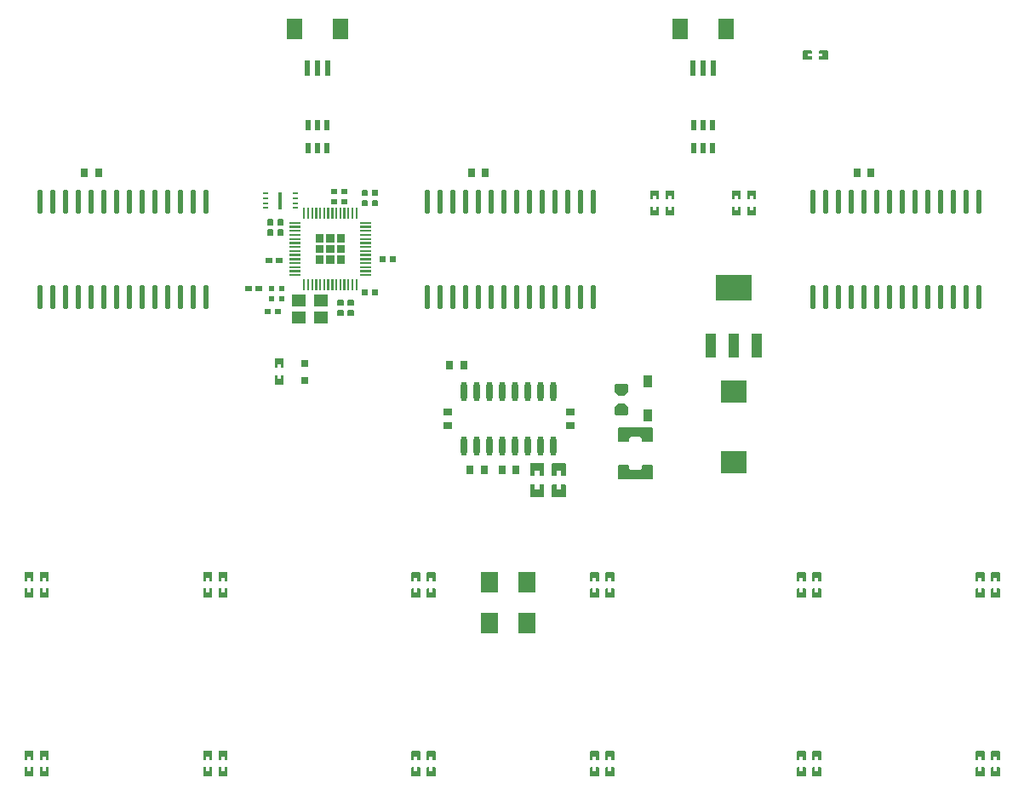
<source format=gtp>
G04 Layer: TopPasteMaskLayer*
G04 EasyEDA v6.5.29, 2023-07-19 22:01:03*
G04 8eb2f2613b91424b8de75a29ec9d0e09,5a6b42c53f6a479593ecc07194224c93,10*
G04 Gerber Generator version 0.2*
G04 Scale: 100 percent, Rotated: No, Reflected: No *
G04 Dimensions in millimeters *
G04 leading zeros omitted , absolute positions ,4 integer and 5 decimal *
%FSLAX45Y45*%
%MOMM*%

%AMMACRO1*21,1,$1,$2,0,0,$3*%
%ADD10R,0.5320X1.0720*%
%ADD11R,0.8000X0.9000*%
%ADD12R,0.9000X0.8000*%
%ADD13R,0.9500X1.2000*%
%ADD14R,1.0500X2.4650*%
%ADD15MACRO1,3.54X2.465X0.0000*%
%ADD16MACRO1,2.592X2.2075X0.0000*%
%ADD17R,2.5920X2.2075*%
%ADD18MACRO1,1.2X1.4X90.0000*%
%ADD19R,1.4000X1.2000*%
%ADD20MACRO1,1.2X1.4X-90.0000*%
%ADD21R,0.6000X0.2800*%
%ADD22R,0.3000X1.7000*%
%ADD23R,0.5500X0.5500*%
%ADD24R,0.6000X1.5500*%
%ADD25R,1.5000X2.0000*%
%ADD26R,0.8000X0.8000*%
%ADD27O,0.6020054X1.9709892*%
%ADD28R,1.8000X2.0000*%
%ADD29O,0.5739892X2.3880064*%
%ADD30O,0.0168X2.3880064*%

%LPD*%
G36*
X10259720Y6106820D02*
G01*
X10254691Y6101791D01*
X10254691Y6016802D01*
X10259720Y6011773D01*
X10339679Y6011773D01*
X10344708Y6016802D01*
X10344708Y6101791D01*
X10339679Y6106820D01*
X10314686Y6106820D01*
X10314686Y6076797D01*
X10284714Y6076797D01*
X10284714Y6106820D01*
G37*
G36*
X10259720Y6281775D02*
G01*
X10254691Y6276797D01*
X10254691Y6191808D01*
X10259720Y6186779D01*
X10284714Y6186779D01*
X10284714Y6216802D01*
X10314686Y6216802D01*
X10314686Y6186779D01*
X10339679Y6186779D01*
X10344708Y6191808D01*
X10344708Y6276797D01*
X10339679Y6281775D01*
G37*
G36*
X15673222Y9341408D02*
G01*
X15668193Y9336379D01*
X15668193Y9313621D01*
X15705175Y9313621D01*
X15705175Y9280601D01*
X15668193Y9280601D01*
X15668193Y9256420D01*
X15673222Y9251391D01*
X15753181Y9251391D01*
X15758210Y9256420D01*
X15758210Y9336379D01*
X15753181Y9341408D01*
G37*
G36*
X15514218Y9341408D02*
G01*
X15509189Y9336379D01*
X15509189Y9256420D01*
X15514218Y9251391D01*
X15593212Y9251391D01*
X15598190Y9256420D01*
X15598190Y9280601D01*
X15560192Y9280601D01*
X15560192Y9313621D01*
X15598190Y9313621D01*
X15598190Y9336379D01*
X15593212Y9341408D01*
G37*
G36*
X13681252Y5831382D02*
G01*
X13634466Y5792876D01*
X13634466Y5724144D01*
X13644473Y5714136D01*
X13762126Y5714136D01*
X13772134Y5724144D01*
X13772134Y5792876D01*
X13725347Y5831382D01*
G37*
G36*
X13644473Y6020663D02*
G01*
X13634466Y6010656D01*
X13634466Y5941923D01*
X13681252Y5903417D01*
X13725347Y5903417D01*
X13772134Y5941923D01*
X13772134Y6010656D01*
X13762126Y6020663D01*
G37*
G36*
X11128095Y7856016D02*
G01*
X11123117Y7849006D01*
X11123117Y7801000D01*
X11128095Y7796022D01*
X11173104Y7796022D01*
X11178082Y7801000D01*
X11178082Y7849006D01*
X11173104Y7856016D01*
G37*
G36*
X11128095Y7951978D02*
G01*
X11123117Y7946999D01*
X11123117Y7898993D01*
X11128095Y7891983D01*
X11173104Y7891983D01*
X11178082Y7898993D01*
X11178082Y7946999D01*
X11173104Y7951978D01*
G37*
G36*
X10921593Y7863382D02*
G01*
X10914583Y7858404D01*
X10914583Y7813395D01*
X10921593Y7808417D01*
X10969599Y7808417D01*
X10974578Y7813395D01*
X10974578Y7858404D01*
X10969599Y7863382D01*
G37*
G36*
X10823600Y7863382D02*
G01*
X10818622Y7858404D01*
X10818622Y7813395D01*
X10823600Y7808417D01*
X10871606Y7808417D01*
X10878616Y7813395D01*
X10878616Y7858404D01*
X10871606Y7863382D01*
G37*
G36*
X11229695Y7853984D02*
G01*
X11224717Y7849006D01*
X11224717Y7796022D01*
X11229695Y7790992D01*
X11274704Y7790992D01*
X11279682Y7796022D01*
X11279682Y7849006D01*
X11274704Y7853984D01*
G37*
G36*
X11229695Y7957007D02*
G01*
X11224717Y7951978D01*
X11224717Y7898993D01*
X11229695Y7894015D01*
X11274704Y7894015D01*
X11279682Y7898993D01*
X11279682Y7951978D01*
X11274704Y7957007D01*
G37*
G36*
X10158222Y6771182D02*
G01*
X10153192Y6766204D01*
X10153192Y6721195D01*
X10158222Y6716217D01*
X10211206Y6716217D01*
X10216184Y6721195D01*
X10216184Y6766204D01*
X10211206Y6771182D01*
G37*
G36*
X10261193Y6771182D02*
G01*
X10256215Y6766204D01*
X10256215Y6721195D01*
X10261193Y6716217D01*
X10314178Y6716217D01*
X10319207Y6721195D01*
X10319207Y6766204D01*
X10314178Y6771182D01*
G37*
G36*
X10882122Y6758482D02*
G01*
X10877092Y6753504D01*
X10877092Y6708495D01*
X10882122Y6703517D01*
X10935106Y6703517D01*
X10940084Y6708495D01*
X10940084Y6753504D01*
X10935106Y6758482D01*
G37*
G36*
X10985093Y6758482D02*
G01*
X10980115Y6753504D01*
X10980115Y6708495D01*
X10985093Y6703517D01*
X11038078Y6703517D01*
X11043107Y6708495D01*
X11043107Y6753504D01*
X11038078Y6758482D01*
G37*
G36*
X10882122Y6860082D02*
G01*
X10877092Y6855104D01*
X10877092Y6810095D01*
X10882122Y6805117D01*
X10935106Y6805117D01*
X10940084Y6810095D01*
X10940084Y6855104D01*
X10935106Y6860082D01*
G37*
G36*
X10985093Y6860082D02*
G01*
X10980115Y6855104D01*
X10980115Y6810095D01*
X10985093Y6805117D01*
X11038078Y6805117D01*
X11043107Y6810095D01*
X11043107Y6855104D01*
X11038078Y6860082D01*
G37*
G36*
X10397693Y7636002D02*
G01*
X10397693Y7615986D01*
X10507675Y7615986D01*
X10507675Y7636002D01*
G37*
G36*
X10397693Y7596022D02*
G01*
X10397693Y7576007D01*
X10507675Y7576007D01*
X10507675Y7596022D01*
G37*
G36*
X10397693Y7555992D02*
G01*
X10397693Y7535976D01*
X10507675Y7535976D01*
X10507675Y7555992D01*
G37*
G36*
X10397693Y7515961D02*
G01*
X10397693Y7495997D01*
X10507675Y7495997D01*
X10507675Y7515961D01*
G37*
G36*
X10397693Y7476032D02*
G01*
X10397693Y7456017D01*
X10507675Y7456017D01*
X10507675Y7476032D01*
G37*
G36*
X10397693Y7436002D02*
G01*
X10397693Y7415987D01*
X10507675Y7415987D01*
X10507675Y7436002D01*
G37*
G36*
X10397693Y7396022D02*
G01*
X10397693Y7376007D01*
X10507675Y7376007D01*
X10507675Y7396022D01*
G37*
G36*
X10397693Y7355992D02*
G01*
X10397693Y7335977D01*
X10507675Y7335977D01*
X10507675Y7355992D01*
G37*
G36*
X10397693Y7316012D02*
G01*
X10397693Y7295997D01*
X10507675Y7295997D01*
X10507675Y7316012D01*
G37*
G36*
X10397693Y7276033D02*
G01*
X10397693Y7256018D01*
X10507675Y7256018D01*
X10507675Y7276033D01*
G37*
G36*
X10397693Y7236002D02*
G01*
X10397693Y7215987D01*
X10507675Y7215987D01*
X10507675Y7236002D01*
G37*
G36*
X10397693Y7195972D02*
G01*
X10397693Y7176008D01*
X10507675Y7176008D01*
X10507675Y7195972D01*
G37*
G36*
X10397693Y7155992D02*
G01*
X10397693Y7135977D01*
X10507675Y7135977D01*
X10507675Y7155992D01*
G37*
G36*
X10397693Y7116013D02*
G01*
X10397693Y7095998D01*
X10507675Y7095998D01*
X10507675Y7116013D01*
G37*
G36*
X10537698Y7066025D02*
G01*
X10537698Y6955993D01*
X10557713Y6955993D01*
X10557713Y7066025D01*
G37*
G36*
X10577677Y7066025D02*
G01*
X10577677Y6955993D01*
X10597692Y6955993D01*
X10597692Y7066025D01*
G37*
G36*
X10617708Y7066025D02*
G01*
X10617708Y6955993D01*
X10637672Y6955993D01*
X10637672Y7066025D01*
G37*
G36*
X10657687Y7066025D02*
G01*
X10657687Y6955993D01*
X10677702Y6955993D01*
X10677702Y7066025D01*
G37*
G36*
X10697718Y7066025D02*
G01*
X10697718Y6955993D01*
X10717682Y6955993D01*
X10717682Y7066025D01*
G37*
G36*
X10737697Y7066025D02*
G01*
X10737697Y6955993D01*
X10757712Y6955993D01*
X10757712Y7066025D01*
G37*
G36*
X10777677Y7066025D02*
G01*
X10777677Y6955993D01*
X10797692Y6955993D01*
X10797692Y7066025D01*
G37*
G36*
X10817707Y7066025D02*
G01*
X10817707Y6955993D01*
X10837672Y6955993D01*
X10837672Y7066025D01*
G37*
G36*
X10857687Y7066025D02*
G01*
X10857687Y6955993D01*
X10877702Y6955993D01*
X10877702Y7066025D01*
G37*
G36*
X10897717Y7066025D02*
G01*
X10897717Y6955993D01*
X10917682Y6955993D01*
X10917682Y7066025D01*
G37*
G36*
X10937697Y7066025D02*
G01*
X10937697Y6955993D01*
X10957712Y6955993D01*
X10957712Y7066025D01*
G37*
G36*
X10977676Y7066025D02*
G01*
X10977676Y6955993D01*
X10997692Y6955993D01*
X10997692Y7066025D01*
G37*
G36*
X11017707Y7066025D02*
G01*
X11017707Y6955993D01*
X11037671Y6955993D01*
X11037671Y7066025D01*
G37*
G36*
X11057686Y7066025D02*
G01*
X11057686Y6955993D01*
X11077702Y6955993D01*
X11077702Y7066025D01*
G37*
G36*
X11107724Y7116013D02*
G01*
X11107724Y7095998D01*
X11217706Y7095998D01*
X11217706Y7116013D01*
G37*
G36*
X11107724Y7155992D02*
G01*
X11107724Y7135977D01*
X11217706Y7135977D01*
X11217706Y7155992D01*
G37*
G36*
X11107724Y7195972D02*
G01*
X11107724Y7176008D01*
X11217706Y7176008D01*
X11217706Y7195972D01*
G37*
G36*
X11107724Y7236002D02*
G01*
X11107724Y7215987D01*
X11217706Y7215987D01*
X11217706Y7236002D01*
G37*
G36*
X11107724Y7276033D02*
G01*
X11107724Y7256018D01*
X11217706Y7256018D01*
X11217706Y7276033D01*
G37*
G36*
X11107724Y7316012D02*
G01*
X11107724Y7295997D01*
X11217706Y7295997D01*
X11217706Y7316012D01*
G37*
G36*
X11107724Y7355992D02*
G01*
X11107724Y7335977D01*
X11217706Y7335977D01*
X11217706Y7355992D01*
G37*
G36*
X11107724Y7396022D02*
G01*
X11107724Y7376007D01*
X11217706Y7376007D01*
X11217706Y7396022D01*
G37*
G36*
X11107724Y7436002D02*
G01*
X11107724Y7415987D01*
X11217706Y7415987D01*
X11217706Y7436002D01*
G37*
G36*
X11107724Y7476032D02*
G01*
X11107724Y7456017D01*
X11217706Y7456017D01*
X11217706Y7476032D01*
G37*
G36*
X11107724Y7515961D02*
G01*
X11107724Y7495997D01*
X11217706Y7495997D01*
X11217706Y7515961D01*
G37*
G36*
X11107724Y7555992D02*
G01*
X11107724Y7535976D01*
X11217706Y7535976D01*
X11217706Y7555992D01*
G37*
G36*
X11107724Y7596022D02*
G01*
X11107724Y7576007D01*
X11217706Y7576007D01*
X11217706Y7596022D01*
G37*
G36*
X11107724Y7636002D02*
G01*
X11107724Y7615986D01*
X11217706Y7615986D01*
X11217706Y7636002D01*
G37*
G36*
X11057686Y7776006D02*
G01*
X11057686Y7665974D01*
X11077702Y7665974D01*
X11077702Y7776006D01*
G37*
G36*
X11017707Y7776006D02*
G01*
X11017707Y7665974D01*
X11037671Y7665974D01*
X11037671Y7776006D01*
G37*
G36*
X10977676Y7776006D02*
G01*
X10977676Y7665974D01*
X10997692Y7665974D01*
X10997692Y7776006D01*
G37*
G36*
X10937697Y7776006D02*
G01*
X10937697Y7665974D01*
X10957712Y7665974D01*
X10957712Y7776006D01*
G37*
G36*
X10897717Y7776006D02*
G01*
X10897717Y7665974D01*
X10917682Y7665974D01*
X10917682Y7776006D01*
G37*
G36*
X10857687Y7776006D02*
G01*
X10857687Y7665974D01*
X10877702Y7665974D01*
X10877702Y7776006D01*
G37*
G36*
X10817707Y7776006D02*
G01*
X10817707Y7665974D01*
X10837672Y7665974D01*
X10837672Y7776006D01*
G37*
G36*
X10777677Y7776006D02*
G01*
X10777677Y7665974D01*
X10797692Y7665974D01*
X10797692Y7776006D01*
G37*
G36*
X10737697Y7776006D02*
G01*
X10737697Y7665974D01*
X10757712Y7665974D01*
X10757712Y7776006D01*
G37*
G36*
X10697718Y7776006D02*
G01*
X10697718Y7665974D01*
X10717682Y7665974D01*
X10717682Y7776006D01*
G37*
G36*
X10657687Y7776006D02*
G01*
X10657687Y7665974D01*
X10677702Y7665974D01*
X10677702Y7776006D01*
G37*
G36*
X10617708Y7776006D02*
G01*
X10617708Y7665974D01*
X10637672Y7665974D01*
X10637672Y7776006D01*
G37*
G36*
X10577677Y7776006D02*
G01*
X10577677Y7665974D01*
X10597692Y7665974D01*
X10597692Y7776006D01*
G37*
G36*
X10537698Y7776006D02*
G01*
X10537698Y7665974D01*
X10557713Y7665974D01*
X10557713Y7776006D01*
G37*
G36*
X10872724Y7510983D02*
G01*
X10872724Y7431024D01*
X10952683Y7431024D01*
X10952683Y7510983D01*
G37*
G36*
X10662716Y7510983D02*
G01*
X10662716Y7431024D01*
X10742726Y7431024D01*
X10742726Y7510983D01*
G37*
G36*
X10662716Y7301026D02*
G01*
X10662716Y7221016D01*
X10742676Y7221016D01*
X10742676Y7301026D01*
G37*
G36*
X10872673Y7301026D02*
G01*
X10872673Y7221016D01*
X10952683Y7221016D01*
X10952683Y7301026D01*
G37*
G36*
X10872673Y7405979D02*
G01*
X10872673Y7325969D01*
X10952683Y7325969D01*
X10952683Y7405979D01*
G37*
G36*
X10767720Y7511034D02*
G01*
X10767720Y7431024D01*
X10847679Y7431024D01*
X10847679Y7511034D01*
G37*
G36*
X10662716Y7405979D02*
G01*
X10662716Y7325969D01*
X10742676Y7325969D01*
X10742676Y7405979D01*
G37*
G36*
X10767720Y7405979D02*
G01*
X10767720Y7326020D01*
X10847679Y7326020D01*
X10847679Y7405979D01*
G37*
G36*
X10767720Y7300518D02*
G01*
X10767720Y7220508D01*
X10847679Y7220508D01*
X10847679Y7300518D01*
G37*
G36*
X10921593Y7964982D02*
G01*
X10916615Y7960004D01*
X10916615Y7914995D01*
X10921593Y7910017D01*
X10974578Y7910017D01*
X10979607Y7914995D01*
X10979607Y7960004D01*
X10974578Y7964982D01*
G37*
G36*
X10818622Y7964982D02*
G01*
X10813592Y7960004D01*
X10813592Y7914995D01*
X10818622Y7910017D01*
X10871606Y7910017D01*
X10876584Y7914995D01*
X10876584Y7960004D01*
X10871606Y7964982D01*
G37*
G36*
X11123422Y6961682D02*
G01*
X11118392Y6956704D01*
X11118392Y6911695D01*
X11123422Y6906717D01*
X11176406Y6906717D01*
X11181384Y6911695D01*
X11181384Y6956704D01*
X11176406Y6961682D01*
G37*
G36*
X11226393Y6961682D02*
G01*
X11221415Y6956704D01*
X11221415Y6911695D01*
X11226393Y6906717D01*
X11279378Y6906717D01*
X11284407Y6911695D01*
X11284407Y6956704D01*
X11279378Y6961682D01*
G37*
G36*
X11301222Y7291882D02*
G01*
X11296192Y7286904D01*
X11296192Y7241895D01*
X11301222Y7236917D01*
X11354206Y7236917D01*
X11359184Y7241895D01*
X11359184Y7286904D01*
X11354206Y7291882D01*
G37*
G36*
X11404193Y7291882D02*
G01*
X11399215Y7286904D01*
X11399215Y7241895D01*
X11404193Y7236917D01*
X11457178Y7236917D01*
X11462207Y7241895D01*
X11462207Y7286904D01*
X11457178Y7291882D01*
G37*
G36*
X10289895Y7664907D02*
G01*
X10284917Y7659878D01*
X10284917Y7606893D01*
X10289895Y7601915D01*
X10334904Y7601915D01*
X10339882Y7606893D01*
X10339882Y7659878D01*
X10334904Y7664907D01*
G37*
G36*
X10289895Y7561884D02*
G01*
X10284917Y7556906D01*
X10284917Y7503922D01*
X10289895Y7498892D01*
X10334904Y7498892D01*
X10339882Y7503922D01*
X10339882Y7556906D01*
X10334904Y7561884D01*
G37*
G36*
X10188295Y7664907D02*
G01*
X10183317Y7659878D01*
X10183317Y7606893D01*
X10188295Y7601915D01*
X10233304Y7601915D01*
X10238282Y7606893D01*
X10238282Y7659878D01*
X10233304Y7664907D01*
G37*
G36*
X10188295Y7561884D02*
G01*
X10183317Y7556906D01*
X10183317Y7503922D01*
X10188295Y7498892D01*
X10233304Y7498892D01*
X10238282Y7503922D01*
X10238282Y7556906D01*
X10233304Y7561884D01*
G37*
G36*
X10273893Y7279182D02*
G01*
X10268915Y7274204D01*
X10268915Y7229195D01*
X10273893Y7224217D01*
X10326878Y7224217D01*
X10331907Y7229195D01*
X10331907Y7274204D01*
X10326878Y7279182D01*
G37*
G36*
X10170922Y7279182D02*
G01*
X10165892Y7274204D01*
X10165892Y7229195D01*
X10170922Y7224217D01*
X10223906Y7224217D01*
X10228884Y7229195D01*
X10228884Y7274204D01*
X10223906Y7279182D01*
G37*
G36*
X10070693Y6999782D02*
G01*
X10065715Y6994804D01*
X10065715Y6949795D01*
X10070693Y6944817D01*
X10123678Y6944817D01*
X10128707Y6949795D01*
X10128707Y6994804D01*
X10123678Y6999782D01*
G37*
G36*
X9967722Y6999782D02*
G01*
X9962692Y6994804D01*
X9962692Y6949795D01*
X9967722Y6944817D01*
X10020706Y6944817D01*
X10025684Y6949795D01*
X10025684Y6994804D01*
X10020706Y6999782D01*
G37*
G36*
X13678052Y5589676D02*
G01*
X13668044Y5579668D01*
X13668044Y5459018D01*
X13678052Y5449011D01*
X13773505Y5449011D01*
X13783513Y5459018D01*
X13783513Y5486806D01*
X13793520Y5496814D01*
X13892479Y5496814D01*
X13902486Y5486806D01*
X13902486Y5459018D01*
X13912494Y5449011D01*
X14007947Y5449011D01*
X14017955Y5459018D01*
X14017955Y5579668D01*
X14007947Y5589676D01*
G37*
G36*
X13678052Y5218988D02*
G01*
X13668044Y5208981D01*
X13668044Y5088331D01*
X13678052Y5078323D01*
X14007947Y5078323D01*
X14017955Y5088331D01*
X14017955Y5208981D01*
X14007947Y5218988D01*
X13912494Y5218988D01*
X13902486Y5208981D01*
X13902486Y5181193D01*
X13892479Y5171186D01*
X13793520Y5171186D01*
X13783513Y5181193D01*
X13783513Y5208981D01*
X13773505Y5218988D01*
G37*
G36*
X7770520Y4150410D02*
G01*
X7765491Y4145381D01*
X7765491Y4065422D01*
X7770520Y4060393D01*
X7793278Y4060393D01*
X7793278Y4097426D01*
X7826298Y4097426D01*
X7826298Y4060393D01*
X7850479Y4060393D01*
X7855508Y4065422D01*
X7855508Y4145381D01*
X7850479Y4150410D01*
G37*
G36*
X7770520Y3990390D02*
G01*
X7765491Y3985412D01*
X7765491Y3906418D01*
X7770520Y3901389D01*
X7850479Y3901389D01*
X7855508Y3906418D01*
X7855508Y3985412D01*
X7850479Y3990390D01*
X7826298Y3990390D01*
X7826298Y3952392D01*
X7793278Y3952392D01*
X7793278Y3990390D01*
G37*
G36*
X7922920Y4150410D02*
G01*
X7917891Y4145381D01*
X7917891Y4065422D01*
X7922920Y4060393D01*
X7945678Y4060393D01*
X7945678Y4097426D01*
X7978698Y4097426D01*
X7978698Y4060393D01*
X8002879Y4060393D01*
X8007908Y4065422D01*
X8007908Y4145381D01*
X8002879Y4150410D01*
G37*
G36*
X7922920Y3990390D02*
G01*
X7917891Y3985412D01*
X7917891Y3906418D01*
X7922920Y3901389D01*
X8002879Y3901389D01*
X8007908Y3906418D01*
X8007908Y3985412D01*
X8002879Y3990390D01*
X7978698Y3990390D01*
X7978698Y3952392D01*
X7945678Y3952392D01*
X7945678Y3990390D01*
G37*
G36*
X9548520Y4150410D02*
G01*
X9543491Y4145381D01*
X9543491Y4065422D01*
X9548520Y4060393D01*
X9571278Y4060393D01*
X9571278Y4097426D01*
X9604298Y4097426D01*
X9604298Y4060393D01*
X9628479Y4060393D01*
X9633508Y4065422D01*
X9633508Y4145381D01*
X9628479Y4150410D01*
G37*
G36*
X9548520Y3990390D02*
G01*
X9543491Y3985412D01*
X9543491Y3906418D01*
X9548520Y3901389D01*
X9628479Y3901389D01*
X9633508Y3906418D01*
X9633508Y3985412D01*
X9628479Y3990390D01*
X9604298Y3990390D01*
X9604298Y3952392D01*
X9571278Y3952392D01*
X9571278Y3990390D01*
G37*
G36*
X9700920Y4150410D02*
G01*
X9695891Y4145381D01*
X9695891Y4065422D01*
X9700920Y4060393D01*
X9723678Y4060393D01*
X9723678Y4097426D01*
X9756698Y4097426D01*
X9756698Y4060393D01*
X9780879Y4060393D01*
X9785908Y4065422D01*
X9785908Y4145381D01*
X9780879Y4150410D01*
G37*
G36*
X9700920Y3990390D02*
G01*
X9695891Y3985412D01*
X9695891Y3906418D01*
X9700920Y3901389D01*
X9780879Y3901389D01*
X9785908Y3906418D01*
X9785908Y3985412D01*
X9780879Y3990390D01*
X9756698Y3990390D01*
X9756698Y3952392D01*
X9723678Y3952392D01*
X9723678Y3990390D01*
G37*
G36*
X7922920Y2372410D02*
G01*
X7917891Y2367381D01*
X7917891Y2287422D01*
X7922920Y2282393D01*
X7945678Y2282393D01*
X7945678Y2319426D01*
X7978698Y2319426D01*
X7978698Y2282393D01*
X8002879Y2282393D01*
X8007908Y2287422D01*
X8007908Y2367381D01*
X8002879Y2372410D01*
G37*
G36*
X7922920Y2212390D02*
G01*
X7917891Y2207412D01*
X7917891Y2128418D01*
X7922920Y2123389D01*
X8002879Y2123389D01*
X8007908Y2128418D01*
X8007908Y2207412D01*
X8002879Y2212390D01*
X7978698Y2212390D01*
X7978698Y2174392D01*
X7945678Y2174392D01*
X7945678Y2212390D01*
G37*
G36*
X7770520Y2372410D02*
G01*
X7765491Y2367381D01*
X7765491Y2287422D01*
X7770520Y2282393D01*
X7793278Y2282393D01*
X7793278Y2319426D01*
X7826298Y2319426D01*
X7826298Y2282393D01*
X7850479Y2282393D01*
X7855508Y2287422D01*
X7855508Y2367381D01*
X7850479Y2372410D01*
G37*
G36*
X7770520Y2212390D02*
G01*
X7765491Y2207412D01*
X7765491Y2128418D01*
X7770520Y2123389D01*
X7850479Y2123389D01*
X7855508Y2128418D01*
X7855508Y2207412D01*
X7850479Y2212390D01*
X7826298Y2212390D01*
X7826298Y2174392D01*
X7793278Y2174392D01*
X7793278Y2212390D01*
G37*
G36*
X9548520Y2372410D02*
G01*
X9543491Y2367381D01*
X9543491Y2287422D01*
X9548520Y2282393D01*
X9571278Y2282393D01*
X9571278Y2319426D01*
X9604298Y2319426D01*
X9604298Y2282393D01*
X9628479Y2282393D01*
X9633508Y2287422D01*
X9633508Y2367381D01*
X9628479Y2372410D01*
G37*
G36*
X9548520Y2212390D02*
G01*
X9543491Y2207412D01*
X9543491Y2128418D01*
X9548520Y2123389D01*
X9628479Y2123389D01*
X9633508Y2128418D01*
X9633508Y2207412D01*
X9628479Y2212390D01*
X9604298Y2212390D01*
X9604298Y2174392D01*
X9571278Y2174392D01*
X9571278Y2212390D01*
G37*
G36*
X9700920Y2372410D02*
G01*
X9695891Y2367381D01*
X9695891Y2287422D01*
X9700920Y2282393D01*
X9723678Y2282393D01*
X9723678Y2319426D01*
X9756698Y2319426D01*
X9756698Y2282393D01*
X9780879Y2282393D01*
X9785908Y2287422D01*
X9785908Y2367381D01*
X9780879Y2372410D01*
G37*
G36*
X9700920Y2212390D02*
G01*
X9695891Y2207412D01*
X9695891Y2128418D01*
X9700920Y2123389D01*
X9780879Y2123389D01*
X9785908Y2128418D01*
X9785908Y2207412D01*
X9780879Y2212390D01*
X9756698Y2212390D01*
X9756698Y2174392D01*
X9723678Y2174392D01*
X9723678Y2212390D01*
G37*
G36*
X11618620Y4150410D02*
G01*
X11613591Y4145381D01*
X11613591Y4065422D01*
X11618620Y4060393D01*
X11641378Y4060393D01*
X11641378Y4097426D01*
X11674398Y4097426D01*
X11674398Y4060393D01*
X11698579Y4060393D01*
X11703608Y4065422D01*
X11703608Y4145381D01*
X11698579Y4150410D01*
G37*
G36*
X11618620Y3990390D02*
G01*
X11613591Y3985412D01*
X11613591Y3906418D01*
X11618620Y3901389D01*
X11698579Y3901389D01*
X11703608Y3906418D01*
X11703608Y3985412D01*
X11698579Y3990390D01*
X11674398Y3990390D01*
X11674398Y3952392D01*
X11641378Y3952392D01*
X11641378Y3990390D01*
G37*
G36*
X11771020Y4150410D02*
G01*
X11765991Y4145381D01*
X11765991Y4065422D01*
X11771020Y4060393D01*
X11793778Y4060393D01*
X11793778Y4097426D01*
X11826798Y4097426D01*
X11826798Y4060393D01*
X11850979Y4060393D01*
X11856008Y4065422D01*
X11856008Y4145381D01*
X11850979Y4150410D01*
G37*
G36*
X11771020Y3990390D02*
G01*
X11765991Y3985412D01*
X11765991Y3906418D01*
X11771020Y3901389D01*
X11850979Y3901389D01*
X11856008Y3906418D01*
X11856008Y3985412D01*
X11850979Y3990390D01*
X11826798Y3990390D01*
X11826798Y3952392D01*
X11793778Y3952392D01*
X11793778Y3990390D01*
G37*
G36*
X13396620Y4150410D02*
G01*
X13391591Y4145381D01*
X13391591Y4065422D01*
X13396620Y4060393D01*
X13419378Y4060393D01*
X13419378Y4097426D01*
X13452398Y4097426D01*
X13452398Y4060393D01*
X13476579Y4060393D01*
X13481608Y4065422D01*
X13481608Y4145381D01*
X13476579Y4150410D01*
G37*
G36*
X13396620Y3990390D02*
G01*
X13391591Y3985412D01*
X13391591Y3906418D01*
X13396620Y3901389D01*
X13476579Y3901389D01*
X13481608Y3906418D01*
X13481608Y3985412D01*
X13476579Y3990390D01*
X13452398Y3990390D01*
X13452398Y3952392D01*
X13419378Y3952392D01*
X13419378Y3990390D01*
G37*
G36*
X13549020Y4150410D02*
G01*
X13543991Y4145381D01*
X13543991Y4065422D01*
X13549020Y4060393D01*
X13571778Y4060393D01*
X13571778Y4097426D01*
X13604798Y4097426D01*
X13604798Y4060393D01*
X13628979Y4060393D01*
X13634008Y4065422D01*
X13634008Y4145381D01*
X13628979Y4150410D01*
G37*
G36*
X13549020Y3990390D02*
G01*
X13543991Y3985412D01*
X13543991Y3906418D01*
X13549020Y3901389D01*
X13628979Y3901389D01*
X13634008Y3906418D01*
X13634008Y3985412D01*
X13628979Y3990390D01*
X13604798Y3990390D01*
X13604798Y3952392D01*
X13571778Y3952392D01*
X13571778Y3990390D01*
G37*
G36*
X11618620Y2372410D02*
G01*
X11613591Y2367381D01*
X11613591Y2287422D01*
X11618620Y2282393D01*
X11641378Y2282393D01*
X11641378Y2319426D01*
X11674398Y2319426D01*
X11674398Y2282393D01*
X11698579Y2282393D01*
X11703608Y2287422D01*
X11703608Y2367381D01*
X11698579Y2372410D01*
G37*
G36*
X11618620Y2212390D02*
G01*
X11613591Y2207412D01*
X11613591Y2128418D01*
X11618620Y2123389D01*
X11698579Y2123389D01*
X11703608Y2128418D01*
X11703608Y2207412D01*
X11698579Y2212390D01*
X11674398Y2212390D01*
X11674398Y2174392D01*
X11641378Y2174392D01*
X11641378Y2212390D01*
G37*
G36*
X11771020Y2372410D02*
G01*
X11765991Y2367381D01*
X11765991Y2287422D01*
X11771020Y2282393D01*
X11793778Y2282393D01*
X11793778Y2319426D01*
X11826798Y2319426D01*
X11826798Y2282393D01*
X11850979Y2282393D01*
X11856008Y2287422D01*
X11856008Y2367381D01*
X11850979Y2372410D01*
G37*
G36*
X11771020Y2212390D02*
G01*
X11765991Y2207412D01*
X11765991Y2128418D01*
X11771020Y2123389D01*
X11850979Y2123389D01*
X11856008Y2128418D01*
X11856008Y2207412D01*
X11850979Y2212390D01*
X11826798Y2212390D01*
X11826798Y2174392D01*
X11793778Y2174392D01*
X11793778Y2212390D01*
G37*
G36*
X13396620Y2372410D02*
G01*
X13391591Y2367381D01*
X13391591Y2287422D01*
X13396620Y2282393D01*
X13419378Y2282393D01*
X13419378Y2319426D01*
X13452398Y2319426D01*
X13452398Y2282393D01*
X13476579Y2282393D01*
X13481608Y2287422D01*
X13481608Y2367381D01*
X13476579Y2372410D01*
G37*
G36*
X13396620Y2212390D02*
G01*
X13391591Y2207412D01*
X13391591Y2128418D01*
X13396620Y2123389D01*
X13476579Y2123389D01*
X13481608Y2128418D01*
X13481608Y2207412D01*
X13476579Y2212390D01*
X13452398Y2212390D01*
X13452398Y2174392D01*
X13419378Y2174392D01*
X13419378Y2212390D01*
G37*
G36*
X13549020Y2372410D02*
G01*
X13543991Y2367381D01*
X13543991Y2287422D01*
X13549020Y2282393D01*
X13571778Y2282393D01*
X13571778Y2319426D01*
X13604798Y2319426D01*
X13604798Y2282393D01*
X13628979Y2282393D01*
X13634008Y2287422D01*
X13634008Y2367381D01*
X13628979Y2372410D01*
G37*
G36*
X13549020Y2212390D02*
G01*
X13543991Y2207412D01*
X13543991Y2128418D01*
X13549020Y2123389D01*
X13628979Y2123389D01*
X13634008Y2128418D01*
X13634008Y2207412D01*
X13628979Y2212390D01*
X13604798Y2212390D01*
X13604798Y2174392D01*
X13571778Y2174392D01*
X13571778Y2212390D01*
G37*
G36*
X15454020Y4150410D02*
G01*
X15448991Y4145381D01*
X15448991Y4065422D01*
X15454020Y4060393D01*
X15476778Y4060393D01*
X15476778Y4097426D01*
X15509798Y4097426D01*
X15509798Y4060393D01*
X15533979Y4060393D01*
X15539008Y4065422D01*
X15539008Y4145381D01*
X15533979Y4150410D01*
G37*
G36*
X15454020Y3990390D02*
G01*
X15448991Y3985412D01*
X15448991Y3906418D01*
X15454020Y3901389D01*
X15533979Y3901389D01*
X15539008Y3906418D01*
X15539008Y3985412D01*
X15533979Y3990390D01*
X15509798Y3990390D01*
X15509798Y3952392D01*
X15476778Y3952392D01*
X15476778Y3990390D01*
G37*
G36*
X15606420Y4150410D02*
G01*
X15601391Y4145381D01*
X15601391Y4065422D01*
X15606420Y4060393D01*
X15629178Y4060393D01*
X15629178Y4097426D01*
X15662198Y4097426D01*
X15662198Y4060393D01*
X15686379Y4060393D01*
X15691408Y4065422D01*
X15691408Y4145381D01*
X15686379Y4150410D01*
G37*
G36*
X15606420Y3990390D02*
G01*
X15601391Y3985412D01*
X15601391Y3906418D01*
X15606420Y3901389D01*
X15686379Y3901389D01*
X15691408Y3906418D01*
X15691408Y3985412D01*
X15686379Y3990390D01*
X15662198Y3990390D01*
X15662198Y3952392D01*
X15629178Y3952392D01*
X15629178Y3990390D01*
G37*
G36*
X17232020Y4150410D02*
G01*
X17226991Y4145381D01*
X17226991Y4065422D01*
X17232020Y4060393D01*
X17254778Y4060393D01*
X17254778Y4097426D01*
X17287798Y4097426D01*
X17287798Y4060393D01*
X17311979Y4060393D01*
X17317008Y4065422D01*
X17317008Y4145381D01*
X17311979Y4150410D01*
G37*
G36*
X17232020Y3990390D02*
G01*
X17226991Y3985412D01*
X17226991Y3906418D01*
X17232020Y3901389D01*
X17311979Y3901389D01*
X17317008Y3906418D01*
X17317008Y3985412D01*
X17311979Y3990390D01*
X17287798Y3990390D01*
X17287798Y3952392D01*
X17254778Y3952392D01*
X17254778Y3990390D01*
G37*
G36*
X17384420Y4150410D02*
G01*
X17379391Y4145381D01*
X17379391Y4065422D01*
X17384420Y4060393D01*
X17407178Y4060393D01*
X17407178Y4097426D01*
X17440198Y4097426D01*
X17440198Y4060393D01*
X17464379Y4060393D01*
X17469408Y4065422D01*
X17469408Y4145381D01*
X17464379Y4150410D01*
G37*
G36*
X17384420Y3990390D02*
G01*
X17379391Y3985412D01*
X17379391Y3906418D01*
X17384420Y3901389D01*
X17464379Y3901389D01*
X17469408Y3906418D01*
X17469408Y3985412D01*
X17464379Y3990390D01*
X17440198Y3990390D01*
X17440198Y3952392D01*
X17407178Y3952392D01*
X17407178Y3990390D01*
G37*
G36*
X15454020Y2372410D02*
G01*
X15448991Y2367381D01*
X15448991Y2287422D01*
X15454020Y2282393D01*
X15476778Y2282393D01*
X15476778Y2319426D01*
X15509798Y2319426D01*
X15509798Y2282393D01*
X15533979Y2282393D01*
X15539008Y2287422D01*
X15539008Y2367381D01*
X15533979Y2372410D01*
G37*
G36*
X15454020Y2212390D02*
G01*
X15448991Y2207412D01*
X15448991Y2128418D01*
X15454020Y2123389D01*
X15533979Y2123389D01*
X15539008Y2128418D01*
X15539008Y2207412D01*
X15533979Y2212390D01*
X15509798Y2212390D01*
X15509798Y2174392D01*
X15476778Y2174392D01*
X15476778Y2212390D01*
G37*
G36*
X15606420Y2372410D02*
G01*
X15601391Y2367381D01*
X15601391Y2287422D01*
X15606420Y2282393D01*
X15629178Y2282393D01*
X15629178Y2319426D01*
X15662198Y2319426D01*
X15662198Y2282393D01*
X15686379Y2282393D01*
X15691408Y2287422D01*
X15691408Y2367381D01*
X15686379Y2372410D01*
G37*
G36*
X15606420Y2212390D02*
G01*
X15601391Y2207412D01*
X15601391Y2128418D01*
X15606420Y2123389D01*
X15686379Y2123389D01*
X15691408Y2128418D01*
X15691408Y2207412D01*
X15686379Y2212390D01*
X15662198Y2212390D01*
X15662198Y2174392D01*
X15629178Y2174392D01*
X15629178Y2212390D01*
G37*
G36*
X17232020Y2372410D02*
G01*
X17226991Y2367381D01*
X17226991Y2287422D01*
X17232020Y2282393D01*
X17254778Y2282393D01*
X17254778Y2319426D01*
X17287798Y2319426D01*
X17287798Y2282393D01*
X17311979Y2282393D01*
X17317008Y2287422D01*
X17317008Y2367381D01*
X17311979Y2372410D01*
G37*
G36*
X17232020Y2212390D02*
G01*
X17226991Y2207412D01*
X17226991Y2128418D01*
X17232020Y2123389D01*
X17311979Y2123389D01*
X17317008Y2128418D01*
X17317008Y2207412D01*
X17311979Y2212390D01*
X17287798Y2212390D01*
X17287798Y2174392D01*
X17254778Y2174392D01*
X17254778Y2212390D01*
G37*
G36*
X17384420Y2372410D02*
G01*
X17379391Y2367381D01*
X17379391Y2287422D01*
X17384420Y2282393D01*
X17407178Y2282393D01*
X17407178Y2319426D01*
X17440198Y2319426D01*
X17440198Y2282393D01*
X17464379Y2282393D01*
X17469408Y2287422D01*
X17469408Y2367381D01*
X17464379Y2372410D01*
G37*
G36*
X17384420Y2212390D02*
G01*
X17379391Y2207412D01*
X17379391Y2128418D01*
X17384420Y2123389D01*
X17464379Y2123389D01*
X17469408Y2128418D01*
X17469408Y2207412D01*
X17464379Y2212390D01*
X17440198Y2212390D01*
X17440198Y2174392D01*
X17407178Y2174392D01*
X17407178Y2212390D01*
G37*
G36*
X12842087Y5022799D02*
G01*
X12801092Y5022291D01*
X12796113Y5017312D01*
X12796113Y4902301D01*
X12801092Y4897272D01*
X12929108Y4897272D01*
X12934086Y4902301D01*
X12934086Y5017312D01*
X12929108Y5022291D01*
X12887096Y5021783D01*
X12887096Y4977790D01*
X12842087Y4977790D01*
G37*
G36*
X12801092Y5237276D02*
G01*
X12796113Y5232298D01*
X12796113Y5117287D01*
X12801092Y5112308D01*
X12842087Y5112816D01*
X12842087Y5156809D01*
X12887096Y5156809D01*
X12887096Y5112308D01*
X12929108Y5112308D01*
X12934086Y5117287D01*
X12934086Y5232298D01*
X12929108Y5237276D01*
G37*
G36*
X13057987Y5022799D02*
G01*
X13016992Y5022291D01*
X13012013Y5017312D01*
X13012013Y4902301D01*
X13016992Y4897272D01*
X13145007Y4897272D01*
X13149986Y4902301D01*
X13149986Y5017312D01*
X13145007Y5022291D01*
X13102996Y5021783D01*
X13102996Y4977790D01*
X13057987Y4977790D01*
G37*
G36*
X13016992Y5237276D02*
G01*
X13012013Y5232298D01*
X13012013Y5117287D01*
X13016992Y5112308D01*
X13057987Y5112816D01*
X13057987Y5156809D01*
X13102996Y5156809D01*
X13102996Y5112308D01*
X13145007Y5112308D01*
X13149986Y5117287D01*
X13149986Y5232298D01*
X13145007Y5237276D01*
G37*
G36*
X13993520Y7788706D02*
G01*
X13988491Y7783677D01*
X13988491Y7703718D01*
X13993520Y7698689D01*
X14073479Y7698689D01*
X14078508Y7703718D01*
X14078508Y7783677D01*
X14073479Y7788706D01*
X14050721Y7788706D01*
X14050721Y7751673D01*
X14017701Y7751673D01*
X14017701Y7788706D01*
G37*
G36*
X13993520Y7947710D02*
G01*
X13988491Y7942681D01*
X13988491Y7863687D01*
X13993520Y7858709D01*
X14017701Y7858709D01*
X14017701Y7896707D01*
X14050721Y7896707D01*
X14050721Y7858709D01*
X14073479Y7858709D01*
X14078508Y7863687D01*
X14078508Y7942681D01*
X14073479Y7947710D01*
G37*
G36*
X14145920Y7788706D02*
G01*
X14140891Y7783677D01*
X14140891Y7703718D01*
X14145920Y7698689D01*
X14225879Y7698689D01*
X14230908Y7703718D01*
X14230908Y7783677D01*
X14225879Y7788706D01*
X14203121Y7788706D01*
X14203121Y7751673D01*
X14170101Y7751673D01*
X14170101Y7788706D01*
G37*
G36*
X14145920Y7947710D02*
G01*
X14140891Y7942681D01*
X14140891Y7863687D01*
X14145920Y7858709D01*
X14170101Y7858709D01*
X14170101Y7896707D01*
X14203121Y7896707D01*
X14203121Y7858709D01*
X14225879Y7858709D01*
X14230908Y7863687D01*
X14230908Y7942681D01*
X14225879Y7947710D01*
G37*
G36*
X14958720Y7788706D02*
G01*
X14953691Y7783677D01*
X14953691Y7703718D01*
X14958720Y7698689D01*
X15038679Y7698689D01*
X15043708Y7703718D01*
X15043708Y7783677D01*
X15038679Y7788706D01*
X15015921Y7788706D01*
X15015921Y7751673D01*
X14982901Y7751673D01*
X14982901Y7788706D01*
G37*
G36*
X14958720Y7947710D02*
G01*
X14953691Y7942681D01*
X14953691Y7863687D01*
X14958720Y7858709D01*
X14982901Y7858709D01*
X14982901Y7896707D01*
X15015921Y7896707D01*
X15015921Y7858709D01*
X15038679Y7858709D01*
X15043708Y7863687D01*
X15043708Y7942681D01*
X15038679Y7947710D01*
G37*
G36*
X14806320Y7788706D02*
G01*
X14801291Y7783677D01*
X14801291Y7703718D01*
X14806320Y7698689D01*
X14886279Y7698689D01*
X14891308Y7703718D01*
X14891308Y7783677D01*
X14886279Y7788706D01*
X14863521Y7788706D01*
X14863521Y7751673D01*
X14830501Y7751673D01*
X14830501Y7788706D01*
G37*
G36*
X14806320Y7947710D02*
G01*
X14801291Y7942681D01*
X14801291Y7863687D01*
X14806320Y7858709D01*
X14830501Y7858709D01*
X14830501Y7896707D01*
X14863521Y7896707D01*
X14863521Y7858709D01*
X14886279Y7858709D01*
X14891308Y7863687D01*
X14891308Y7942681D01*
X14886279Y7947710D01*
G37*
D10*
G01*
X14421104Y8368690D03*
G01*
X14516100Y8368690D03*
G01*
X14611095Y8368690D03*
G01*
X14611095Y8598509D03*
G01*
X14516100Y8598509D03*
G01*
X14421104Y8598509D03*
D11*
G01*
X8502802Y8128000D03*
G01*
X8362797Y8128000D03*
G01*
X12350902Y8128000D03*
G01*
X12210897Y8128000D03*
G01*
X16186302Y8128000D03*
G01*
X16046297Y8128000D03*
G01*
X12135002Y6210300D03*
G01*
X11994997Y6210300D03*
D12*
G01*
X11976100Y5606897D03*
G01*
X11976100Y5746902D03*
G01*
X13195300Y5606897D03*
G01*
X13195300Y5746902D03*
D11*
G01*
X12338202Y5168900D03*
G01*
X12198197Y5168900D03*
G01*
X12655702Y5168900D03*
G01*
X12515697Y5168900D03*
D10*
G01*
X10585704Y8368690D03*
G01*
X10680700Y8368690D03*
G01*
X10775695Y8368690D03*
G01*
X10775695Y8598509D03*
G01*
X10680700Y8598509D03*
G01*
X10585704Y8598509D03*
D13*
G01*
X13970000Y5710097D03*
G01*
X13970000Y6050102D03*
D14*
G01*
X14590902Y6407150D03*
G01*
X14820900Y6407150D03*
G01*
X15050897Y6407150D03*
D15*
G01*
X14820900Y6978650D03*
D16*
G01*
X14820900Y5951824D03*
D17*
G01*
X14820900Y5249570D03*
D18*
G01*
X10494502Y6684109D03*
G01*
X10714502Y6684109D03*
D19*
G01*
X10714507Y6854113D03*
D20*
G01*
X10494502Y6854111D03*
D21*
G01*
X10463149Y7773593D03*
G01*
X10463149Y7823606D03*
G01*
X10463149Y7873593D03*
G01*
X10463149Y7923606D03*
G01*
X10161650Y7773593D03*
G01*
X10161650Y7823606D03*
G01*
X10161650Y7873593D03*
G01*
X10161650Y7923606D03*
D22*
G01*
X10312400Y7848600D03*
D23*
G01*
X10321797Y6873976D03*
G01*
X10321797Y6968997D03*
G01*
X10226776Y6968997D03*
G01*
X10226776Y6873976D03*
D24*
G01*
X10780699Y9166148D03*
G01*
X10680700Y9166148D03*
G01*
X10580700Y9166148D03*
D25*
G01*
X10450702Y9553651D03*
G01*
X10910697Y9553651D03*
D24*
G01*
X14616099Y9166148D03*
G01*
X14516100Y9166148D03*
G01*
X14416100Y9166148D03*
D25*
G01*
X14286102Y9553651D03*
G01*
X14746097Y9553651D03*
D26*
G01*
X10553700Y6061710D03*
G01*
X10553700Y6231889D03*
D27*
G01*
X12141200Y5403342D03*
G01*
X12268200Y5403342D03*
G01*
X12395200Y5403342D03*
G01*
X12522200Y5403342D03*
G01*
X12649200Y5403342D03*
G01*
X12776200Y5403342D03*
G01*
X12903200Y5403342D03*
G01*
X13030200Y5403342D03*
G01*
X12141200Y5950457D03*
G01*
X12268200Y5950457D03*
G01*
X12395200Y5950457D03*
G01*
X12522200Y5950457D03*
G01*
X12649200Y5950457D03*
G01*
X12776200Y5950457D03*
G01*
X12903200Y5950457D03*
G01*
X13030200Y5950457D03*
D28*
G01*
X12763500Y3648100D03*
G01*
X12763500Y4048099D03*
G01*
X12395200Y3648100D03*
G01*
X12395200Y4048099D03*
D29*
G01*
X13423900Y7840395D03*
G01*
X13296900Y7840395D03*
G01*
X13169900Y7840395D03*
G01*
X13042900Y7840395D03*
G01*
X12915900Y7840395D03*
G01*
X12788900Y7840395D03*
G01*
X12661900Y7840395D03*
G01*
X12534900Y7840395D03*
G01*
X12407900Y7840395D03*
G01*
X12280900Y7840395D03*
G01*
X12153900Y7840395D03*
G01*
X12026900Y7840395D03*
G01*
X11899900Y7840395D03*
G01*
X11772900Y7840395D03*
G01*
X13423900Y6891604D03*
G01*
X13296900Y6891604D03*
G01*
X13169900Y6891604D03*
G01*
X13042900Y6891604D03*
G01*
X12915900Y6891604D03*
G01*
X12788900Y6891604D03*
G01*
X12661900Y6891604D03*
G01*
X12534900Y6891604D03*
G01*
X12407900Y6891604D03*
G01*
X12280900Y6891604D03*
G01*
X12153900Y6891604D03*
G01*
X12026900Y6891604D03*
G01*
X11899900Y6891604D03*
G01*
X11772900Y6891604D03*
G01*
X9575800Y7840395D03*
G01*
X9448800Y7840395D03*
G01*
X9321800Y7840395D03*
G01*
X9194800Y7840395D03*
G01*
X9067800Y7840395D03*
G01*
X8940800Y7840395D03*
G01*
X8813800Y7840395D03*
G01*
X8686800Y7840395D03*
G01*
X8559800Y7840395D03*
G01*
X8432800Y7840395D03*
G01*
X8305800Y7840395D03*
G01*
X8178800Y7840395D03*
G01*
X8051800Y7840395D03*
G01*
X7924800Y7840395D03*
G01*
X9575800Y6891604D03*
G01*
X9448800Y6891604D03*
G01*
X9321800Y6891604D03*
G01*
X9194800Y6891604D03*
G01*
X9067800Y6891604D03*
G01*
X8940800Y6891604D03*
G01*
X8813800Y6891604D03*
G01*
X8686800Y6891604D03*
G01*
X8559800Y6891604D03*
G01*
X8432800Y6891604D03*
G01*
X8305800Y6891604D03*
G01*
X8178800Y6891604D03*
G01*
X8051800Y6891604D03*
G01*
X7924800Y6891604D03*
G01*
X17259300Y7840395D03*
G01*
X17132300Y7840395D03*
G01*
X17005300Y7840395D03*
G01*
X16878300Y7840395D03*
G01*
X16751300Y7840395D03*
G01*
X16624300Y7840395D03*
G01*
X16497300Y7840395D03*
G01*
X16370300Y7840395D03*
G01*
X16243300Y7840395D03*
G01*
X16116300Y7840395D03*
G01*
X15989300Y7840395D03*
G01*
X15862300Y7840395D03*
G01*
X15735300Y7840395D03*
G01*
X15608300Y7840395D03*
G01*
X17259300Y6891604D03*
G01*
X17132300Y6891604D03*
G01*
X17005300Y6891604D03*
G01*
X16878300Y6891604D03*
G01*
X16751300Y6891604D03*
G01*
X16624300Y6891604D03*
G01*
X16497300Y6891604D03*
G01*
X16370300Y6891604D03*
G01*
X16243300Y6891604D03*
G01*
X16116300Y6891604D03*
G01*
X15989300Y6891604D03*
G01*
X15862300Y6891604D03*
G01*
X15735300Y6891604D03*
G01*
X15608300Y6891604D03*
M02*

</source>
